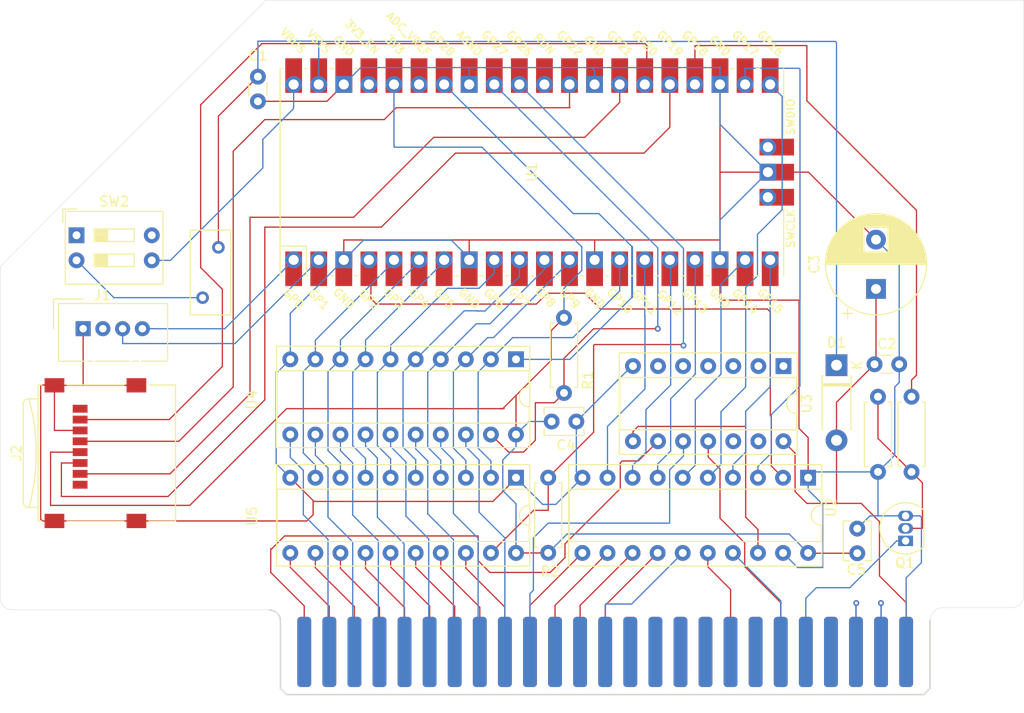
<source format=kicad_pcb>
(kicad_pcb (version 20240108) (generator "pcbnew") (generator_version "8.0")
  (layers (0 "F.Cu" signal "Front") (1 "In1.Cu" signal) (2 "In2.Cu" signal) (31 "B.Cu" signal "Back") (34 "B.Paste" user) (35 "F.Paste" user) (36 "B.SilkS" user "B.Silkscreen") (37 "F.SilkS" user "F.Silkscreen") (38 "B.Mask" user) (39 "F.Mask" user) (44 "Edge.Cuts" user))
  (net 0 "")
  (net 1 "GND")
  (net 2 "Net-(D1-K)")
  (net 3 "+5V")
  (net 4 "Net-(F1-Pad1)")
  (net 5 "Net-(J1-Pin_4)")
  (net 7 "Net-(J1-Pin_3)")
  (net 10 "TTL{slash}RES")
  (net 12 "TTLA6")
  (net 15 "Net-(J3-D3)")
  (net 16 "Net-(J3-~{DEVICE_SELECT})")
  (net 17 "TTLA10")
  (net 18 "TTLA8")
  (net 19 "Net-(J3-~{I{slash}O_SELECT})")
  (net 20 "Net-(J3-~{IRQ})")
  (net 23 "TTLA5")
  (net 24 "TTLA4")
  (net 25 "Net-(J3-D4)")
  (net 26 "Net-(J3-D0)")
  (net 27 "TTLA9")
  (net 28 "Net-(J3-DMA_IN)")
  (net 29 "Net-(J3-D7)")
  (net 30 "TTLPHI1")
  (net 31 "TTLR{slash}W")
  (net 32 "Net-(J3-INT_IN)")
  (net 33 "Net-(J3-D1)")
  (net 35 "TTLA0")
  (net 38 "Net-(J3-~{I{slash}O_STROBE})")
  (net 39 "TTLA11")
  (net 40 "TTLA2")
  (net 41 "Net-(J3-D5)")
  (net 42 "TTLA1")
  (net 45 "Net-(J3-D6)")
  (net 48 "TTLA3")
  (net 52 "AL{slash}OE")
  (net 53 "+3V3")
  (net 54 "D{slash}OE")
  (net 55 "Net-(J2-CLK)")
  (net 58 "AD6")
  (net 59 "AD1")
  (net 60 "Net-(J2-DAT0)")
  (net 61 "AD7")
  (net 62 "A8")
  (net 63 "Net-(J2-CMD)")
  (net 64 "AD2")
  (net 65 "A9")
  (net 66 "DDIR")
  (net 67 "ENBL")
  (net 68 "R{slash}W")
  (net 69 "Net-(J2-DAT3{slash}CD)")
  (net 70 "PHI1")
  (net 71 "A11")
  (net 72 "AD5")
  (net 75 "AD4")
  (net 76 "AD3")
  (net 78 "AD0")
  (net 79 "{slash}RES")
  (net 81 "Net-(J3-D2)")
  (net 82 "A10")
  (net 84 "TTLENBL")
  (net 86 "TTLA7")
  (net 87 "Net-(Q1-G)")
  (net 101 "Net-(U1-VBUS)")
  (net 103 "{slash}3V3‏IRQ")
  (footprint "Capacitor_THT:C_Disc_D3.8mm_W2.6mm_P2.50mm" (layer "F.Cu") (at 172.1 125.15 90)
    (property "Reference" "C5")
    (property "Value" ".1u")
  )
  (footprint "Package_TO_SOT_THT:TO-92_Inline" (layer "F.Cu") (at 177 123.9 90)
    (property "Reference" "Q1")
    (property "Value" "BS170")
  )
  (footprint "Capacitor_THT:CP_Radial_D10.0mm_P5.00mm" (layer "F.Cu") (at 174 98.367677 90)
    (property "Reference" "C3")
    (property "Value" "220uF")
  )
  (footprint "MCU_RaspberryPi_and_Boards:RPi_Pico_SMD_TH" (layer "F.Cu") (at 139.15 86.53 90)
    (property "Reference" "U1")
    (property "Value" "Pico")
  )
  (footprint "Package_DIP:DIP-14_W7.62mm_Socket" (layer "F.Cu") (at 164.625 106.18 -90)
    (property "Reference" "U3")
    (property "Value" "74F11")
  )
  (footprint "Resistor_THT:R_Axial_DIN0207_L6.3mm_D2.5mm_P7.62mm_Horizontal" (layer "F.Cu") (at 142.4 108.91 90)
    (property "Reference" "R1")
    (property "Value" "10K")
  )
  (footprint "Resistor_THT:R_Axial_DIN0207_L6.3mm_D2.5mm_P7.62mm_Horizontal" (layer "F.Cu") (at 140.8 125.11 90)
    (property "Reference" "R2")
    (property "Value" "10K")
  )
  (footprint "Connector:NS-Tech_Grove_1x04_P2mm_Vertical" (layer "F.Cu") (at 93.7 102.3925 90)
    (property "Reference" "J1")
    (property "Value" "Serial")
  )
  (footprint "Package_DIP:DIP-20_W7.62mm_Socket" (layer "F.Cu") (at 137.54 117.5 -90)
    (property "Reference" "U5")
    (property "Value" "74LVC245")
  )
  (footprint "Package_DIP:DIP-20_W7.62mm_Socket" (layer "F.Cu") (at 137.54 105.5 -90)
    (property "Reference" "U4")
    (property "Value" "74LVC245")
  )
  (footprint "Package_DIP:DIP-20_W7.62mm_Socket" (layer "F.Cu") (at 167.125 117.5 -90)
    (property "Reference" "U2")
    (property "Value" "74LVC245")
  )
  (footprint "Resistor_THT:R_Axial_DIN0207_L6.3mm_D2.5mm_P7.62mm_Horizontal" (layer "F.Cu") (at 177.6 116.91 90)
    (property "Reference" "R3" (hide yes))
    (property "Value" "1K")
  )
  (footprint "MA_Connector_AppleII:Peripheral_Bus_Edge" (layer "F.Cu") (at 146.572 135.157)
    (property "Reference" "J3")
    (property "Value" "Bus_Apple_II_Card_Side" (hide yes))
    (fp_line (start -32.893 3.683) (end -32.893 -3.175) (stroke (width 0.15)) (layer "Edge.Cuts"))
    (fp_line (start -32.258 4.318) (end -32.893 3.683) (stroke (width 0.15)) (layer "Edge.Cuts"))
    (fp_line (start 32.258 4.318) (end -32.258 4.318) (stroke (width 0.15)) (layer "Edge.Cuts"))
    (fp_line (start 32.258 4.318) (end 32.893 3.683) (stroke (width 0.15)) (layer "Edge.Cuts"))
    (fp_line (start 32.893 -3.175) (end 32.893 3.683) (stroke (width 0.15)) (layer "Edge.Cuts"))
  )
  (footprint "Resistor_THT:R_Axial_DIN0207_L6.3mm_D2.5mm_P7.62mm_Horizontal" (layer "F.Cu") (at 174.2 116.91 90)
    (property "Reference" "R4" (hide yes))
    (property "Value" "10K")
  )
  (footprint "Capacitor_THT:C_Disc_D3.8mm_W2.6mm_P2.50mm" (layer "F.Cu") (at 141.15 111.8)
    (property "Reference" "C4")
    (property "Value" ".1u")
  )
  (footprint "Fuse:Fuse_BelFuse_0ZRE0005FF_L8.3mm_W3.8mm" (layer "F.Cu") (at 105.8 99.25 90)
    (property "Reference" "F1" (hide yes))
    (property "Value" "60R050XUL")
  )
  (footprint "Button_Switch_THT:SW_DIP_SPSTx02_Slide_9.78x7.26mm_W7.62mm_P2.54mm" (layer "F.Cu") (at 93.0325 92.925)
    (property "Reference" "SW2")
    (property "Value" "SW_DIP_x02")
  )
  (footprint "Connector_Card:microSD_HC_Wuerth_693072010801" (layer "F.Cu") (at 94.945 115.005 90)
    (property "Reference" "J2")
    (property "Value" "Micro_SD_Card")
  )
  (footprint "Diode_THT:D_DO-41_SOD81_P7.62mm_Horizontal" (layer "F.Cu") (at 170 106.09 -90)
    (property "Reference" "D1")
    (property "Value" "1N5819")
  )
  (footprint "Capacitor_THT:C_Disc_D3.0mm_W1.6mm_P2.50mm" (layer "F.Cu") (at 111.4 76.85 -90)
    (property "Reference" "C1")
    (property "Value" "100nF")
  )
  (footprint "Capacitor_THT:C_Disc_D3.0mm_W1.6mm_P2.50mm" (layer "F.Cu") (at 173.85 106)
    (property "Reference" "C2")
    (property "Value" "100nF")
  )
  (gr_line (start 86.576637 130.876663) (end 112.5 130.876663) (stroke (width 0.0381)) (layer "Edge.Cuts"))
  (gr_line (start 85.3 96.1) (end 112.2 69.1) (stroke (width 0.0381)) (layer "Edge.Cuts"))
  (gr_arc (start 188.969333 129.397) (mid 188.59842 130.29403) (end 187.6992 130.667133) (stroke (width 0.0381)) (layer "Edge.Cuts"))
  (gr_arc (start 112.599672 130.92085) (mid 113.356682 131.230587) (end 113.679 131.982) (stroke (width 0.15)) (layer "Edge.Cuts"))
  (gr_line (start 85.3 129.60101) (end 85.3 96.1) (stroke (width 0.0381)) (layer "Edge.Cuts"))
  (gr_line (start 188.969333 129.397) (end 188.969333 69.1) (stroke (width 0.0381)) (layer "Edge.Cuts"))
  (gr_line (start 112.2 69.1) (end 188.969333 69.1) (stroke (width 0.0381)) (layer "Edge.Cuts"))
  (gr_arc (start 86.576637 130.876663) (mid 85.622935 130.481603) (end 85.3 129.60101) (stroke (width 0.0381)) (layer "Edge.Cuts"))
  (gr_line (start 180.916836 130.67) (end 187.6992 130.67) (stroke (width 0.0381)) (layer "Edge.Cuts"))
  (gr_arc (start 179.465 131.982) (mid 179.904837 131.009428) (end 180.916836 130.67) (stroke (width 0.0381)) (layer "Edge.Cuts"))
  (gr_line (start 112.599672 130.92085) (end 112.5 130.876663) (stroke (width 0.0381)) (layer "Edge.Cuts"))
  (gr_line (start 187.6992 130.667133) (end 187.6992 130.67) (stroke (width 0.0381)) (layer "Edge.Cuts"))
  (segment (start 116.99 119.81) (end 114.68 117.5) (width 0.127) (layer "F.Cu") (net 1))
  (segment (start 132.8 93.4) (end 145.5 93.4) (width 0.127) (layer "F.Cu") (net 1))
  (segment (start 89.58 121.88) (end 89.4 121.7) (width 0.127) (layer "F.Cu") (net 1))
  (segment (start 90.795 121.88) (end 99.095 121.88) (width 0.127) (layer "F.Cu") (net 1))
  (segment (start 145.5 95.42) (end 145.5 93.4) (width 0.127) (layer "F.Cu") (net 1))
  (segment (start 158.405 99.5) (end 166.2 99.5) (width 0.127) (layer "F.Cu") (net 1))
  (segment (start 118.39 79.35) (end 111.4 79.35) (width 0.127) (layer "F.Cu") (net 1))
  (segment (start 89.4 121.7) (end 89.4 108.1) (width 0.127) (layer "F.Cu") (net 1))
  (segment (start 116.99 121.245) (end 116.99 119.81) (width 0.127) (layer "F.Cu") (net 1))
  (segment (start 163.05 86.53) (end 167.162323 86.53) (width 0.127) (layer "F.Cu") (net 1))
  (segment (start 158.2 93.4) (end 158.2 86.6) (width 0.127) (layer "F.Cu") (net 1))
  (segment (start 167.125 113.425) (end 167.125 117.5) (width 0.127) (layer "F.Cu") (net 1))
  (segment (start 90.795 108.13) (end 93.7 108.13) (width 0.127) (layer "F.Cu") (net 1))
  (segment (start 158.405 99.5) (end 158.2 99.295) (width 0.127) (layer "F.Cu") (net 1))
  (segment (start 116.355 121.88) (end 116.99 121.245) (width 0.127) (layer "F.Cu") (net 1))
  (segment (start 117.08 119.9) (end 116.99 119.81) (width 0.127) (layer "F.Cu") (net 1))
  (segment (start 89.4 108.1) (end 90.765 108.1) (width 0.127) (layer "F.Cu") (net 1))
  (segment (start 145.5 93.4) (end 158.2 93.4) (width 0.127) (layer "F.Cu") (net 1))
  (segment (start 120.1 93.4) (end 132.8 93.4) (width 0.127) (layer "F.Cu") (net 1))
  (segment (start 135.2 119.9) (end 117.08 119.9) (width 0.127) (layer "F.Cu") (net 1))
  (segment (start 158.27 86.53) (end 163.05 86.53) (width 0.127) (layer "F.Cu") (net 1))
  (segment (start 120.1 94.7) (end 120.1 93.4) (width 0.127) (layer "F.Cu") (net 1))
  (segment (start 120.1 77.64) (end 118.39 79.35) (width 0.127) (layer "F.Cu") (net 1))
  (segment (start 167.162323 86.53) (end 174 93.367677) (width 0.127) (layer "F.Cu") (net 1))
  (segment (start 166.2 99.5) (end 166.2 112.5) (width 0.127) (layer "F.Cu") (net 1))
  (segment (start 90.805 112.705) (end 90.795 112.695) (width 0.127) (layer "F.Cu") (net 1))
  (segment (start 158.2 99.295) (end 158.2 95.42) (width 0.127) (layer "F.Cu") (net 1))
  (segment (start 90.795 121.88) (end 89.58 121.88) (width 0.127) (layer "F.Cu") (net 1))
  (segment (start 99.095 121.88) (end 116.355 121.88) (width 0.127) (layer "F.Cu") (net 1))
  (segment (start 166.2 112.5) (end 167.125 113.425) (width 0.127) (layer "F.Cu") (net 1))
  (segment (start 137.54 117.56) (end 135.2 119.9) (width 0.127) (layer "F.Cu") (net 1))
  (segment (start 132.8 95.42) (end 132.8 93.4) (width 0.127) (layer "F.Cu") (net 1))
  (segment (start 158.2 95.42) (end 158.2 93.5) (width 0.127) (layer "F.Cu") (net 1))
  (segment (start 90.795 112.695) (end 90.795 108.13) (width 0.127) (layer "F.Cu") (net 1))
  (segment (start 93.7 102.3925) (end 93.7 108.13) (width 0.127) (layer "F.Cu") (net 1))
  (segment (start 93.395 112.705) (end 90.805 112.705) (width 0.127) (layer "F.Cu") (net 1))
  (segment (start 93.7 108.13) (end 99.095 108.13) (width 0.127) (layer "F.Cu") (net 1))
  (segment (start 158.2 86.6) (end 158.27 86.53) (width 0.127) (layer "F.Cu") (net 1))
  (segment (start 158.2 86.6) (end 158.2 77.64) (width 0.127) (layer "F.Cu") (net 1))
  (segment (start 113.25 116.07) (end 113.25 106.75) (width 0.127) (layer "B.Cu") (net 1))
  (segment (start 168.6 120.2) (end 167.125 118.725) (width 0.127) (layer "B.Cu") (net 1))
  (segment (start 137.54 117.5) (end 140.24 120.2) (width 0.127) (layer "B.Cu") (net 1))
  (segment (start 168.6 126.6) (end 168.6 120.2) (width 0.127) (layer "B.Cu") (net 1))
  (segment (start 174.2 121.32) (end 174.24 121.36) (width 0.127) (layer "B.Cu") (net 1))
  (segment (start 177 121.36) (end 174.24 121.36) (width 0.127) (layer "B.Cu") (net 1))
  (segment (start 132.8 77.64) (end 132.8 75.93) (width 0.127) (layer "B.Cu") (net 1))
  (segment (start 177.052 135.157) (end 177.052 127.648) (width 0.127) (layer "B.Cu") (net 1))
  (segment (start 158.2 77.64) (end 158.2 75.835) (width 0.127) (layer "B.Cu") (net 1))
  (segment (start 143.65 111.8) (end 143.65 116.885) (width 0.127) (layer "B.Cu") (net 1))
  (segment (start 114.68 100.84) (end 120.1 95.42) (width 0.127) (layer "B.Cu") (net 1))
  (segment (start 121.81 75.93) (end 134.51 75.93) (width 0.127) (layer "B.Cu") (net 1))
  (segment (start 177 121.36) (end 178.46 121.36) (width 0.127) (layer "B.Cu") (net 1))
  (segment (start 143.65 111.8) (end 149.27 106.18) (width 0.127) (layer "B.Cu") (net 1))
  (segment (start 113.25 106.75) (end 113.43 106.75) (width 0.127) (layer "B.Cu") (net 1))
  (segment (start 113.43 106.75) (end 114.68 105.5) (width 0.127) (layer "B.Cu") (net 1))
  (segment (start 177.052 127.648) (end 178.6 126.1) (width 0.127) (layer "B.Cu") (net 1))
  (segment (start 176.35 95.717677) (end 176.35 106) (width 0.127) (layer "B.Cu") (net 1))
  (segment (start 143.65 116.885) (end 144.265 117.5) (width 0.127) (layer "B.Cu") (net 1))
  (segment (start 158.2 81.68) (end 158.2 77.64) (width 0.127) (layer "B.Cu") (net 1))
  (segment (start 120.1 77.64) (end 121.81 75.93) (width 0.127) (layer "B.Cu") (net 1))
  (segment (start 176.35 107.85) (end 175.9 108.3) (width 0.127) (layer "B.Cu") (net 1))
  (segment (start 158.105 75.93) (end 145.495 75.93) (width 0.127) (layer "B.Cu") (net 1))
  (segment (start 174.24 121.36) (end 173.39 121.36) (width 0.127) (layer "B.Cu") (net 1))
  (segment (start 145.5 76.235) (end 145.5 77.64) (width 0.127) (layer "B.Cu") (net 1))
  (segment (start 114.68 117.5) (end 113.25 116.07) (width 0.127) (layer "B.Cu") (net 1))
  (segment (start 167.125 118.725) (end 167.125 117.5) (width 0.127) (layer "B.Cu") (net 1))
  (segment (start 130.995 93.43) (end 132.8 95.235) (width 0.127) (layer "B.Cu") (net 1))
  (segment (start 158.2 75.835) (end 158.105 75.93) (width 0.127) (layer "B.Cu") (net 1))
  (segment (start 174.2 116.91) (end 174.2 121.32) (width 0.127) (layer "B.Cu") (net 1))
  (segment (start 178.6 121.5) (end 178.6 126.1) (width 0.127) (layer "B.Cu") (net 1))
  (segment (start 174.2 116.91) (end 167.715 116.91) (width 0.127) (layer "B.Cu") (net 1))
  (segment (start 122.09 93.43) (end 130.995 93.43) (width 0.127) (layer "B.Cu") (net 1))
  (segment (start 175.9 115.21) (end 174.2 116.91) (width 0.127) (layer "B.Cu") (net 1))
  (segment (start 140.24 120.2) (end 141.565 120.2) (width 0.127) (layer "B.Cu") (net 1))
  (segment (start 145.195 75.93) (end 145.5 76.235) (width 0.127) (layer "B.Cu") (net 1))
  (segment (start 176.35 106) (end 176.35 107.85) (width 0.127) (layer "B.Cu") (net 1))
  (segment (start 132.8 75.93) (end 134.51 75.93) (width 0.127) (layer "B.Cu") (net 1))
  (segment (start 174 93.367677) (end 176.35 95.717677) (width 0.127) (layer "B.Cu") (net 1))
  (segment (start 175.9 108.3) (end 175.9 115.21) (width 0.127) (layer "B.Cu") (net 1))
  (segment (start 120.1 95.42) (end 122.09 93.43) (width 0.127) (layer "B.Cu") (net 1))
  (segment (start 134.51 75.93) (end 145.495 75.93) (width 0.127) (layer "B.Cu") (net 1))
  (segment (start 178.46 121.36) (end 178.6 121.5) (width 0.127) (layer "B.Cu") (net 1))
  (segment (start 173.39 121.36) (end 172.1 122.65) (width 0.127) (layer "B.Cu") (net 1))
  (segment (start 141.565 120.2) (end 144.265 117.5) (width 0.127) (layer "B.Cu") (net 1))
  (segment (start 166.065 126.6) (end 168.6 126.6) (width 0.127) (layer "B.Cu") (net 1))
  (segment (start 164.585 125.12) (end 166.065 126.6) (width 0.127) (layer "B.Cu") (net 1))
  (segment (start 158.2 95.42) (end 158.2 91.38) (width 0.127) (layer "B.Cu") (net 1))
  (segment (start 114.68 105.5) (end 114.68 100.84) (width 0.127) (layer "B.Cu") (net 1))
  (segment (start 158.2 91.38) (end 163.05 86.53) (width 0.127) (layer "B.Cu") (net 1))
  (segment (start 163.05 86.53) (end 158.2 81.68) (width 0.127) (layer "B.Cu") (net 1))
  (segment (start 145.495 75.93) (end 145.195 75.93) (width 0.127) (layer "B.Cu") (net 1))
  (segment (start 107.4 80.85) (end 111.4 76.85) (width 0.127) (layer "F.Cu") (net 2))
  (segment (start 107.4 94.15) (end 107.4 80.85) (width 0.127) (layer "F.Cu") (net 2))
  (segment (start 169.88 73.28) (end 170 73.4) (width 0.127) (layer "B.Cu") (net 2))
  (segment (start 117.56 77.64) (end 117.56 73.3) (width 0.127) (layer "B.Cu") (net 2))
  (segment (start 117.54 73.28) (end 117.56 73.3) (width 0.127) (layer "B.Cu") (net 2))
  (segment (start 111.4 73.25) (end 117.51 73.25) (width 0.127) (layer "B.Cu") (net 2))
  (segment (start 111.4 76.85) (end 111.4 73.25) (width 0.127) (layer "B.Cu") (net 2))
  (segment (start 117.51 73.25) (end 117.56 73.3) (width 0.127) (layer "B.Cu") (net 2))
  (segment (start 170 106.09) (end 170 73.4) (width 0.127) (layer "B.Cu") (net 2))
  (segment (start 117.54 73.28) (end 169.88 73.28) (width 0.127) (layer "B.Cu") (net 2))
  (segment (start 170 113.71) (end 170 109.85) (width 0.127) (layer "F.Cu") (net 3))
  (segment (start 174.35 127.45) (end 177.052 130.152) (width 0.127) (layer "F.Cu") (net 3))
  (segment (start 165.8 118.9) (end 167 120.1) (width 0.127) (layer "F.Cu") (net 3))
  (segment (start 170 113.71) (end 170 120.1) (width 0.127) (layer "F.Cu") (net 3))
  (segment (start 164.625 113.82) (end 165.8 114.995) (width 0.127) (layer "F.Cu") (net 3))
  (segment (start 174 98.367677) (end 174 105.85) (width 0.127) (layer "F.Cu") (net 3))
  (segment (start 170 120.1) (end 172.5 120.1) (width 0.127) (layer "F.Cu") (net 3))
  (segment (start 177.052 130.152) (end 177.052 135.157) (width 0.127) (layer "F.Cu") (net 3))
  (segment (start 170 120.1) (end 167 120.1) (width 0.127) (layer "F.Cu") (net 3))
  (segment (start 170 109.85) (end 173.85 106) (width 0.127) (layer "F.Cu") (net 3))
  (segment (start 174.35 121.95) (end 174.35 127.45) (width 0.127) (layer "F.Cu") (net 3))
  (segment (start 165.8 114.995) (end 165.8 118.9) (width 0.127) (layer "F.Cu") (net 3))
  (segment (start 172.5 120.1) (end 174.35 121.95) (width 0.127) (layer "F.Cu") (net 3))
  (segment (start 93.0325 95.465) (end 96.8175 99.25) (width 0.127) (layer "B.Cu") (net 4))
  (segment (start 96.8175 99.25) (end 105.8 99.25) (width 0.127) (layer "B.Cu") (net 4))
  (segment (start 101.1 102.4) (end 101.0925 102.3925) (width 0.127) (layer "B.Cu") (net 5))
  (segment (start 101.1 102.4) (end 108.04 102.4) (width 0.127) (layer "B.Cu") (net 5))
  (segment (start 108.04 102.4) (end 115.02 95.42) (width 0.127) (layer "B.Cu") (net 5))
  (segment (start 101.0925 102.3925) (end 99.7 102.3925) (width 0.127) (layer "B.Cu") (net 5))
  (segment (start 117.56 95.42) (end 109.08 103.9) (width 0.127) (layer "B.Cu") (net 7))
  (segment (start 97.9 103.9) (end 97.8675 103.8675) (width 0.127) (layer "B.Cu") (net 7))
  (segment (start 98.1 103.9) (end 97.9 103.9) (width 0.127) (layer "B.Cu") (net 7))
  (segment (start 97.7 103.9) (end 97.7 102.3925) (width 0.127) (layer "B.Cu") (net 7))
  (segment (start 98.1 103.9) (end 97.7 103.9) (width 0.127) (layer "B.Cu") (net 7))
  (segment (start 109.08 103.9) (end 98.1 103.9) (width 0.127) (layer "B.Cu") (net 7))
  (segment (start 159.505 125.12) (end 164.352 129.967) (width 0.127) (layer "B.Cu") (net 10))
  (segment (start 164.352 129.967) (end 164.352 135.157) (width 0.127) (layer "B.Cu") (net 10))
  (segment (start 133.872 130.622) (end 133.872 135.157) (width 0.127) (layer "F.Cu") (net 12))
  (segment (start 129.92 126.67) (end 133.872 130.622) (width 0.127) (layer "F.Cu") (net 12))
  (segment (start 129.92 125.12) (end 129.92 126.67) (width 0.127) (layer "F.Cu") (net 12))
  (segment (start 123.502 121.5) (end 126.2 124.198) (width 0.127) (layer "B.Cu") (net 15))
  (segment (start 122.3 114.3) (end 123.5 115.5) (width 0.127) (layer "B.Cu") (net 15))
  (segment (start 123.5 115.5) (end 123.5 121.5) (width 0.127) (layer "B.Cu") (net 15))
  (segment (start 122.3 113.12) (end 122.3 114.3) (width 0.127) (layer "B.Cu") (net 15))
  (segment (start 123.5 121.5) (end 123.502 121.5) (width 0.127) (layer "B.Cu") (net 15))
  (segment (start 126.2 124.198) (end 126.2 135.105) (width 0.127) (layer "B.Cu") (net 15))
  (segment (start 139.3 128.9) (end 138.952 129.248) (width 0.127) (layer "B.Cu") (net 16))
  (segment (start 154.5 113.985) (end 154.5 115.3) (width 0.127) (layer "B.Cu") (net 16))
  (segment (start 138.952 129.248) (end 138.952 135.157) (width 0.127) (layer "B.Cu") (net 16))
  (segment (start 139.3 123.6) (end 139.3 128.9) (width 0.127) (layer "B.Cu") (net 16))
  (segment (start 154.5 115.3) (end 153.1 116.7) (width 0.127) (layer "B.Cu") (net 16))
  (segment (start 140.8 122.1) (end 139.3 123.6) (width 0.127) (layer "B.Cu") (net 16))
  (segment (start 153.1 122.1) (end 140.8 122.1) (width 0.127) (layer "B.Cu") (net 16))
  (segment (start 153.1 116.7) (end 153.1 122.1) (width 0.127) (layer "B.Cu") (net 16))
  (segment (start 144.032 130.433) (end 149.345 125.12) (width 0.127) (layer "F.Cu") (net 17))
  (segment (start 144.032 135.157) (end 144.032 130.433) (width 0.127) (layer "F.Cu") (net 17))
  (segment (start 138.952 135.157) (end 138.952 130.433) (width 0.127) (layer "F.Cu") (net 18))
  (segment (start 138.952 130.433) (end 144.265 125.12) (width 0.127) (layer "F.Cu") (net 18))
  (segment (start 114.1 123.4) (end 112.8 124.7) (width 0.127) (layer "F.Cu") (net 19))
  (segment (start 142.5 124.2) (end 142.5 125.6) (width 0.127) (layer "F.Cu") (net 19))
  (segment (start 112.8 124.7) (end 112.7 124.7) (width 0.127) (layer "F.Cu") (net 19))
  (segment (start 148.1 118.6) (end 142.5 124.2) (width 0.127) (layer "F.Cu") (net 19))
  (segment (start 112.7 127.1) (end 116.092 130.492) (width 0.127) (layer "F.Cu") (net 19))
  (segment (start 149.925 115.8) (end 148.3 115.8) (width 0.127) (layer "F.Cu") (net 19))
  (segment (start 134.9 127.1) (end 133.7 125.9) (width 0.127) (layer "F.Cu") (net 19))
  (segment (start 133.7 123.4) (end 114.1 123.4) (width 0.127) (layer "F.Cu") (net 19))
  (segment (start 148.3 115.8) (end 148.1 116) (width 0.127) (layer "F.Cu") (net 19))
  (segment (start 148.1 116) (end 148.1 118.6) (width 0.127) (layer "F.Cu") (net 19))
  (segment (start 141 127.1) (end 134.9 127.1) (width 0.127) (layer "F.Cu") (net 19))
  (segment (start 142.5 125.6) (end 141 127.1) (width 0.127) (layer "F.Cu") (net 19))
  (segment (start 116.092 130.492) (end 116.092 135.157) (width 0.127) (layer "F.Cu") (net 19))
  (segment (start 133.7 125.9) (end 133.7 123.4) (width 0.127) (layer "F.Cu") (net 19))
  (segment (start 112.7 124.7) (end 112.7 127.1) (width 0.127) (layer "F.Cu") (net 19))
  (segment (start 151.925 113.8) (end 149.925 115.8) (width 0.127) (layer "F.Cu") (net 19))
  (segment (start 176.092 123.9) (end 177 123.9) (width 0.127) (layer "B.Cu") (net 20))
  (segment (start 171.346 128.646) (end 176.092 123.9) (width 0.127) (layer "B.Cu") (net 20))
  (segment (start 167.954 128.646) (end 171.346 128.646) (width 0.127) (layer "B.Cu") (net 20))
  (segment (start 166.892 129.708) (end 167.954 128.646) (width 0.127) (layer "B.Cu") (net 20))
  (segment (start 166.892 135.157) (end 166.892 129.708) (width 0.127) (layer "B.Cu") (net 20))
  (segment (start 127.38 126.58) (end 131.332 130.532) (width 0.127) (layer "F.Cu") (net 23))
  (segment (start 131.332 130.532) (end 131.332 135.157) (width 0.127) (layer "F.Cu") (net 23))
  (segment (start 127.38 125.12) (end 127.38 126.58) (width 0.127) (layer "F.Cu") (net 23))
  (segment (start 124.84 126.54) (end 128.792 130.492) (width 0.127) (layer "F.Cu") (net 24))
  (segment (start 128.792 130.492) (end 128.792 135.157) (width 0.127) (layer "F.Cu") (net 24))
  (segment (start 124.84 125.12) (end 124.84 126.54) (width 0.127) (layer "F.Cu") (net 24))
  (segment (start 126.3895 115.8895) (end 126.3895 121.3895) (width 0.127) (layer "B.Cu") (net 25))
  (segment (start 124.84 114.34) (end 126.3895 115.8895) (width 0.127) (layer "B.Cu") (net 25))
  (segment (start 126.3895 121.3895) (end 128.7 123.7) (width 0.127) (layer "B.Cu") (net 25))
  (segment (start 124.84 113.12) (end 124.84 114.34) (width 0.127) (layer "B.Cu") (net 25))
  (segment (start 128.7 123.7) (end 128.7 135.065) (width 0.127) (layer "B.Cu") (net 25))
  (segment (start 114.68 113.12) (end 114.68 115.43) (width 0.127) (layer "B.Cu") (net 26))
  (segment (start 114.68 115.43) (end 116 116.75) (width 0.127) (layer "B.Cu") (net 26))
  (segment (start 116 121.25) (end 118.5 123.75) (width 0.127) (layer "B.Cu") (net 26))
  (segment (start 116 116.75) (end 116 121.25) (width 0.127) (layer "B.Cu") (net 26))
  (segment (start 118.5 123.75) (end 118.5 135.025) (width 0.127) (layer "B.Cu") (net 26))
  (segment (start 141.492 135.157) (end 141.492 130.433) (width 0.127) (layer "F.Cu") (net 27))
  (segment (start 141.492 130.433) (end 146.805 125.12) (width 0.127) (layer "F.Cu") (net 27))
  (segment (start 174.512 130.212) (end 174.5 130.2) (width 0.127) (layer "F.Cu") (net 28))
  (segment (start 174.512 135.157) (end 174.512 130.212) (width 0.127) (layer "F.Cu") (net 28))
  (via (at 174.5 130.2) (size 0.6) (drill 0.3) (layers "F.Cu" "B.Cu") (net 28))
  (segment (start 174.512 130.212) (end 174.5 130.2) (width 0.127) (layer "B.Cu") (net 28))
  (segment (start 174.512 135.157) (end 174.512 130.212) (width 0.127) (layer "B.Cu") (net 28))
  (segment (start 136.412 123.6) (end 136.412 135.157) (width 0.127) (layer "B.Cu") (net 29))
  (segment (start 132.46 114.36) (end 133.8 115.7) (width 0.127) (layer "B.Cu") (net 29))
  (segment (start 133.8 120.988) (end 136.412 123.6) (width 0.127) (layer "B.Cu") (net 29))
  (segment (start 132.46 113.12) (end 132.46 114.36) (width 0.127) (layer "B.Cu") (net 29))
  (segment (start 133.8 115.7) (end 133.8 120.988) (width 0.127) (layer "B.Cu") (net 29))
  (segment (start 146.6 130.3) (end 149.245 130.3) (width 0.127) (layer "B.Cu") (net 30))
  (segment (start 146.6 133.348616) (end 146.6 130.3) (width 0.127) (layer "B.Cu") (net 30))
  (segment (start 149.245 130.3) (end 154.425 125.12) (width 0.127) (layer "B.Cu") (net 30))
  (segment (start 159.272 135.157) (end 159.272 128.828) (width 0.127) (layer "F.Cu") (net 31))
  (segment (start 159.272 128.828) (end 156.965 126.521) (width 0.127) (layer "F.Cu") (net 31))
  (segment (start 156.965 126.521) (end 156.965 125.12) (width 0.127) (layer "F.Cu") (net 31))
  (segment (start 171.972 130.228) (end 172 130.2) (width 0.127) (layer "F.Cu") (net 32))
  (segment (start 171.972 135.157) (end 171.972 130.228) (width 0.127) (layer "F.Cu") (net 32))
  (via (at 172 130.2) (size 0.6) (drill 0.3) (layers "F.Cu" "B.Cu") (net 32))
  (segment (start 171.972 130.228) (end 172 130.2) (width 0.127) (layer "B.Cu") (net 32))
  (segment (start 171.972 135.157) (end 171.972 130.228) (width 0.127) (layer "B.Cu") (net 32))
  (segment (start 118.5 116.5) (end 118.5 121.5) (width 0.127) (layer "B.Cu") (net 33))
  (segment (start 117.22 113.12) (end 117.22 115.22) (width 0.127) (layer "B.Cu") (net 33))
  (segment (start 121 124) (end 121 134.985) (width 0.127) (layer "B.Cu") (net 33))
  (segment (start 118.5 121.5) (end 121 124) (width 0.127) (layer "B.Cu") (net 33))
  (segment (start 117.22 115.22) (end 118.5 116.5) (width 0.127) (layer "B.Cu") (net 33))
  (segment (start 114.68 126.58) (end 114.68 125.12) (width 0.127) (layer "F.Cu") (net 35))
  (segment (start 118.632 135.157) (end 118.632 130.532) (width 0.127) (layer "F.Cu") (net 35))
  (segment (start 118.632 130.532) (end 114.68 126.58) (width 0.127) (layer "F.Cu") (net 35))
  (segment (start 157.005 113.82) (end 157.005 115.405) (width 0.127) (layer "F.Cu") (net 38))
  (segment (start 164.352 130.248) (end 164.352 135.157) (width 0.127) (layer "F.Cu") (net 38))
  (segment (start 157.005 115.405) (end 158.2 116.6) (width 0.127) (layer "F.Cu") (net 38))
  (segment (start 158.2 116.6) (end 158.2 121.6) (width 0.127) (layer "F.Cu") (net 38))
  (segment (start 160.7 124.1) (end 160.7 126.5) (width 0.127) (layer "F.Cu") (net 38))
  (segment (start 160.7 126.5) (end 164.4 130.2) (width 0.127) (layer "F.Cu") (net 38))
  (segment (start 164.4 130.2) (end 164.352 130.248) (width 0.127) (layer "F.Cu") (net 38))
  (segment (start 158.2 121.6) (end 160.7 124.1) (width 0.127) (layer "F.Cu") (net 38))
  (segment (start 146.572 135.157) (end 146.572 130.433) (width 0.127) (layer "F.Cu") (net 39))
  (segment (start 146.572 130.433) (end 151.885 125.12) (width 0.127) (layer "F.Cu") (net 39))
  (segment (start 119.76 125.12) (end 119.76 126.685) (width 0.127) (layer "F.Cu") (net 40))
  (segment (start 123.712 130.637) (end 123.712 135.157) (width 0.127) (layer "F.Cu") (net 40))
  (segment (start 119.76 126.685) (end 123.712 130.637) (width 0.127) (layer "F.Cu") (net 40))
  (segment (start 127.38 114.58) (end 128.6 115.8) (width 0.127) (layer "B.Cu") (net 41))
  (segment (start 128.6 121.168) (end 131.2 123.768) (width 0.127) (layer "B.Cu") (net 41))
  (segment (start 131.2 123.768) (end 131.2 135.025) (width 0.127) (layer "B.Cu") (net 41))
  (segment (start 128.6 115.8) (end 128.6 121.168) (width 0.127) (layer "B.Cu") (net 41))
  (segment (start 127.38 113.12) (end 127.38 114.58) (width 0.127) (layer "B.Cu") (net 41))
  (segment (start 117.2 126.6) (end 117.22 126.58) (width 0.127) (layer "F.Cu") (net 42))
  (segment (start 117.22 126.58) (end 117.22 125.12) (width 0.127) (layer "F.Cu") (net 42))
  (segment (start 121.172 135.157) (end 121.172 130.572) (width 0.127) (layer "F.Cu") (net 42))
  (segment (start 121.172 130.572) (end 117.2 126.6) (width 0.127) (layer "F.Cu") (net 42))
  (segment (start 129.92 114.42) (end 131.2 115.7) (width 0.127) (layer "B.Cu") (net 45))
  (segment (start 131.2 121.128) (end 133.7 123.628) (width 0.127) (layer "B.Cu") (net 45))
  (segment (start 129.92 113.12) (end 129.92 114.42) (width 0.127) (layer "B.Cu") (net 45))
  (segment (start 131.2 115.7) (end 131.2 121.128) (width 0.127) (layer "B.Cu") (net 45))
  (segment (start 133.7 123.628) (end 133.7 134.985) (width 0.127) (layer "B.Cu") (net 45))
  (segment (start 122.3 125.12) (end 122.3 126.7) (width 0.127) (layer "F.Cu") (net 48))
  (segment (start 126.252 130.652) (end 126.252 135.157) (width 0.127) (layer "F.Cu") (net 48))
  (segment (start 122.3 126.7) (end 126.252 130.652) (width 0.127) (layer "F.Cu") (net 48))
  (segment (start 145.4 112.89) (end 145.4 104.1) (width 0.127) (layer "F.Cu") (net 52))
  (segment (start 145.4 104.1) (end 145.500001 103.999999) (width 0.127) (layer "F.Cu") (net 52))
  (segment (start 139.32 120.8) (end 140.8 120.8) (width 0.127) (layer "F.Cu") (net 52))
  (segment (start 140.8 117.49) (end 145.4 112.89) (width 0.127) (layer "F.Cu") (net 52))
  (segment (start 154.399999 103.999999) (end 154.5 104.1) (width 0.127) (layer "F.Cu") (net 52))
  (segment (start 145.500001 103.999999) (end 154.399999 103.999999) (width 0.127) (layer "F.Cu") (net 52))
  (segment (start 135 125.12) (end 139.32 120.8) (width 0.127) (layer "F.Cu") (net 52))
  (segment (start 140.8 120.8) (end 140.8 117.49) (width 0.127) (layer "F.Cu") (net 52))
  (via (at 154.5 104.1) (size 0.6) (drill 0.3) (layers "F.Cu" "B.Cu") (net 52))
  (segment (start 154.5 104.1) (end 154.5 94.26) (width 0.127) (layer "B.Cu") (net 52))
  (segment (start 154.5 94.26) (end 137.88 77.64) (width 0.127) (layer "B.Cu") (net 52))
  (segment (start 136.34 110.5) (end 135.9 110.5) (width 0.127) (layer "F.Cu") (net 53))
  (segment (start 137.54 109.16) (end 141.1 105.6) (width 0.127) (layer "F.Cu") (net 53))
  (segment (start 90.4 120.3) (end 90.4 114.9) (width 0.127) (layer "F.Cu") (net 53))
  (segment (start 104.5 120.3) (end 90.4 120.3) (width 0.127) (layer "F.Cu") (net 53))
  (segment (start 172.1 125.15) (end 167.155 125.15) (width 0.127) (layer "F.Cu") (net 53))
  (segment (start 90.6 114.9) (end 90.605 114.905) (width 0.127) (layer "F.Cu") (net 53))
  (segment (start 136.2 110.5) (end 135.9 110.5) (width 0.127) (layer "F.Cu") (net 53))
  (segment (start 137.54 125.12) (end 140.79 125.12) (width 0.127) (layer "F.Cu") (net 53))
  (segment (start 137.54 109.16) (end 136.2 110.5) (width 0.127) (layer "F.Cu") (net 53))
  (segment (start 90.4 114.9) (end 90.6 114.9) (width 0.127) (layer "F.Cu") (net 53))
  (segment (start 141.1 105.6) (end 141.1 102.59) (width 0.127) (layer "F.Cu") (net 53))
  (segment (start 141.1 102.59) (end 142.4 101.29) (width 0.127) (layer "F.Cu") (net 53))
  (segment (start 90.605 114.905) (end 93.395 114.905) (width 0.127) (layer "F.Cu") (net 53))
  (segment (start 137.54 113.12) (end 137.54 109.16) (width 0.127) (layer "F.Cu") (net 53))
  (segment (start 114.3 110.5) (end 104.5 120.3) (width 0.127) (layer "F.Cu") (net 53))
  (segment (start 135.9 110.5) (end 114.3 110.5) (width 0.127) (layer "F.Cu") (net 53))
  (segment (start 138.86 111.8) (end 137.54 113.12) (width 0.127) (layer "B.Cu") (net 53))
  (segment (start 136.2 115.7) (end 137.54 114.36) (width 0.127) (layer "B.Cu") (net 53))
  (segment (start 137.54 114.36) (end 137.54 113.12) (width 0.127) (layer "B.Cu") (net 53))
  (segment (start 141.15 111.8) (end 138.86 111.8) (width 0.127) (layer "B.Cu") (net 53))
  (segment (start 144.2 96.5) (end 144.2 94.1) (width 0.127) (layer "B.Cu") (net 53))
  (segment (start 137.54 125.12) (end 137.54 120.14) (width 0.127) (layer "B.Cu") (net 53))
  (segment (start 136.2 118.8) (end 136.2 115.7) (width 0.127) (layer "B.Cu") (net 53))
  (segment (start 142.4 98.3) (end 144.2 96.5) (width 0.127) (layer "B.Cu") (net 53))
  (segment (start 144.2 94.1) (end 134.1 84) (width 0.127) (layer "B.Cu") (net 53))
  (segment (start 142.4 98.3) (end 142.4 101.29) (width 0.127) (layer "B.Cu") (net 53))
  (segment (start 142.71 123.2) (end 165.205 123.2) (width 0.127) (layer "B.Cu") (net 53))
  (segment (start 125.18 83.78) (end 125.18 77.64) (width 0.127) (layer "B.Cu") (net 53))
  (segment (start 134.1 84) (end 125.2 84) (width 0.127) (layer "B.Cu") (net 53))
  (segment (start 137.54 120.14) (end 136.2 118.8) (width 0.127) (layer "B.Cu") (net 53))
  (segment (start 140.8 125.11) (end 142.71 123.2) (width 0.127) (layer "B.Cu") (net 53))
  (segment (start 125.2 84) (end 125.2 83.8) (width 0.127) (layer "B.Cu") (net 53))
  (segment (start 165.205 123.2) (end 167.125 125.12) (width 0.127) (layer "B.Cu") (net 53))
  (segment (start 125.2 83.8) (end 125.18 83.78) (width 0.127) (layer "B.Cu") (net 53))
  (segment (start 142.4 108.91) (end 142.4 105.4) (width 0.127) (layer "F.Cu") (net 54))
  (segment (start 141.41 109.9) (end 139.5 109.9) (width 0.127) (layer "F.Cu") (net 54))
  (segment (start 142.4 108.91) (end 141.41 109.9) (width 0.127) (layer "F.Cu") (net 54))
  (segment (start 139.5 113.7) (end 138.3 114.9) (width 0.127) (layer "F.Cu") (net 54))
  (segment (start 142.4 105.4) (end 145.4 102.4) (width 0.127) (layer "F.Cu") (net 54))
  (segment (start 136.78 114.9) (end 135 113.12) (width 0.127) (layer "F.Cu") (net 54))
  (segment (start 145.4 102.4) (end 151.899998 102.4) (width 0.127) (layer "F.Cu") (net 54))
  (segment (start 139.5 109.9) (end 139.5 113.7) (width 0.127) (layer "F.Cu") (net 54))
  (segment (start 138.3 114.9) (end 136.78 114.9) (width 0.127) (layer "F.Cu") (net 54))
  (via (at 151.899998 102.4) (size 0.6) (drill 0.3) (layers "F.Cu" "B.Cu") (net 54))
  (segment (start 135.34 77.64) (end 151.9 94.2) (width 0.127) (layer "B.Cu") (net 54))
  (segment (start 151.9 102.399998) (end 151.899998 102.4) (width 0.127) (layer "B.Cu") (net 54))
  (segment (start 151.9 94.2) (end 151.9 102.399998) (width 0.127) (layer "B.Cu") (net 54))
  (segment (start 108.9 108.3) (end 103.395 113.805) (width 0.127) (layer "F.Cu") (net 55))
  (segment (start 142.96 77.64) (end 142.96 79.96) (width 0.127) (layer "F.Cu") (net 55))
  (segment (start 112.1 81.2) (end 108.9 84.4) (width 0.127) (layer "F.Cu") (net 55))
  (segment (start 125.4 80) (end 124.2 81.2) (width 0.127) (layer "F.Cu") (net 55))
  (segment (start 124.2 81.2) (end 112.1 81.2) (width 0.127) (layer "F.Cu") (net 55))
  (segment (start 142.96 79.96) (end 143 80) (width 0.127) (layer "F.Cu") (net 55))
  (segment (start 103.395 113.805) (end 93.395 113.805) (width 0.127) (layer "F.Cu") (net 55))
  (segment (start 143 80) (end 125.4 80) (width 0.127) (layer "F.Cu") (net 55))
  (segment (start 108.9 84.4) (end 108.9 108.3) (width 0.127) (layer "F.Cu") (net 55))
  (segment (start 132.46 115.76) (end 131.2 114.5) (width 0.127) (layer "B.Cu") (net 58))
  (segment (start 143.165 95.39) (end 135.255 103.3) (width 0.127) (layer "B.Cu") (net 58))
  (segment (start 132.46 117.5) (end 132.46 115.76) (width 0.127) (layer "B.Cu") (net 58))
  (segment (start 135.255 103.3) (end 134.66 103.3) (width 0.127) (layer "B.Cu") (net 58))
  (segment (start 131.2 106.76) (end 132.46 105.5) (width 0.127) (layer "B.Cu") (net 58))
  (segment (start 134.66 103.3) (end 132.46 105.5) (width 0.127) (layer "B.Cu") (net 58))
  (segment (start 131.2 114.5) (end 131.2 106.76) (width 0.127) (layer "B.Cu") (net 58))
  (segment (start 119.76 116.01) (end 118.5 114.75) (width 0.127) (layer "B.Cu") (net 59))
  (segment (start 118.5 106.76) (end 119.76 105.5) (width 0.127) (layer "B.Cu") (net 59))
  (segment (start 119.76 103.555) (end 127.925 95.39) (width 0.127) (layer "B.Cu") (net 59))
  (segment (start 119.76 105.5) (end 119.76 103.555) (width 0.127) (layer "B.Cu") (net 59))
  (segment (start 118.5 114.75) (end 118.5 106.76) (width 0.127) (layer "B.Cu") (net 59))
  (segment (start 119.76 117.5) (end 119.76 116.01) (width 0.127) (layer "B.Cu") (net 59))
  (segment (start 105.6 96.2) (end 107.8 98.4) (width 0.127) (layer "F.Cu") (net 60))
  (segment (start 107.8 106.225) (end 102.42 111.605) (width 0.127) (layer "F.Cu") (net 60))
  (segment (start 150.6 73.5) (end 111.8 73.5) (width 0.127) (layer "F.Cu") (net 60))
  (segment (start 105.6 79.7) (end 105.6 96.2) (width 0.127) (layer "F.Cu") (net 60))
  (segment (start 107.8 98.4) (end 107.8 106.225) (width 0.127) (layer "F.Cu") (net 60))
  (segment (start 102.42 111.605) (end 93.395 111.605) (width 0.127) (layer "F.Cu") (net 60))
  (segment (start 150.785 73.685) (end 150.6 73.5) (width 0.127) (layer "F.Cu") (net 60))
  (segment (start 150.785 77.61) (end 150.785 73.685) (width 0.127) (layer "F.Cu") (net 60))
  (segment (start 111.8 73.5) (end 105.6 79.7) (width 0.127) (layer "F.Cu") (net 60))
  (segment (start 135 117.5) (end 135 115.8) (width 0.127) (layer "B.Cu") (net 61))
  (segment (start 133.7 114.5) (end 133.7 106.8) (width 0.127) (layer "B.Cu") (net 61))
  (segment (start 137.2 103.3) (end 143.3 103.3) (width 0.127) (layer "B.Cu") (net 61))
  (segment (start 143.3 103.3) (end 148.04 98.56) (width 0.127) (layer "B.Cu") (net 61))
  (segment (start 135 105.5) (end 137.2 103.3) (width 0.127) (layer "B.Cu") (net 61))
  (segment (start 133.7 106.8) (end 135 105.5) (width 0.127) (layer "B.Cu") (net 61))
  (segment (start 148.04 98.56) (end 148.04 95.42) (width 0.127) (layer "B.Cu") (net 61))
  (segment (start 135 115.8) (end 133.7 114.5) (width 0.127) (layer "B.Cu") (net 61))
  (segment (start 150.6 108.5) (end 150.6 101.1) (width 0.127) (layer "B.Cu") (net 62))
  (segment (start 146.805 112.295) (end 150.6 108.5) (width 0.127) (layer "B.Cu") (net 62))
  (segment (start 150.6 101.1) (end 150.58 101.08) (width 0.127) (layer "B.Cu") (net 62))
  (segment (start 146.805 117.5) (end 146.805 112.295) (width 0.127) (layer "B.Cu") (net 62))
  (segment (start 150.58 101.08) (end 150.58 95.42) (width 0.127) (layer "B.Cu") (net 62))
  (segment (start 91.5 119.4) (end 91.5 116) (width 0.127) (layer "F.Cu") (net 63))
  (segment (start 112.1 109.6) (end 102.3 119.4) (width 0.127) (layer "F.Cu") (net 63))
  (segment (start 91.505 116.005) (end 93.395 116.005) (width 0.127) (layer "F.Cu") (net 63))
  (segment (start 123.9 92.1) (end 112.1 92.1) (width 0.127) (layer "F.Cu") (net 63))
  (segment (start 150.5 84.6) (end 131.4 84.6) (width 0.127) (layer "F.Cu") (net 63))
  (segment (start 112.1 92.1) (end 112.1 109.6) (width 0.127) (layer "F.Cu") (net 63))
  (segment (start 131.4 84.6) (end 123.9 92.1) (width 0.127) (layer "F.Cu") (net 63))
  (segment (start 153.12 77.64) (end 153.12 81.98) (width 0.127) (layer "F.Cu") (net 63))
  (segment (start 102.3 119.4) (end 91.5 119.4) (width 0.127) (layer "F.Cu") (net 63))
  (segment (start 153.12 81.98) (end 150.5 84.6) (width 0.127) (layer "F.Cu") (net 63))
  (segment (start 91.5 116) (end 91.505 116.005) (width 0.127) (layer "F.Cu") (net 63))
  (segment (start 122.3 105.5) (end 122.3 103.555) (width 0.127) (layer "B.Cu") (net 64))
  (segment (start 122.3 117.5) (end 122.3 115.55) (width 0.127) (layer "B.Cu") (net 64))
  (segment (start 122.3 115.55) (end 121 114.25) (width 0.127) (layer "B.Cu") (net 64))
  (segment (start 122.3 103.555) (end 130.465 95.39) (width 0.127) (layer "B.Cu") (net 64))
  (segment (start 121 114.25) (end 121 106.8) (width 0.127) (layer "B.Cu") (net 64))
  (segment (start 121 106.8) (end 122.3 105.5) (width 0.127) (layer "B.Cu") (net 64))
  (segment (start 150.7 110.6) (end 153.2 108.1) (width 0.127) (layer "B.Cu") (net 65))
  (segment (start 153.2 108.1) (end 153.2 95.515) (width 0.127) (layer "B.Cu") (net 65))
  (segment (start 149.345 117.5) (end 149.345 116.255) (width 0.127) (layer "B.Cu") (net 65))
  (segment (start 149.345 116.255) (end 150.7 114.9) (width 0.127) (layer "B.Cu") (net 65))
  (segment (start 150.7 114.9) (end 150.7 110.6) (width 0.127) (layer "B.Cu") (net 65))
  (segment (start 137.54 105.5) (end 143 105.5) (width 0.127) (layer "B.Cu") (net 66))
  (segment (start 149.3 94.1) (end 145.93 90.73) (width 0.127) (layer "B.Cu") (net 66))
  (segment (start 143.35 90.73) (end 130.26 77.64) (width 0.127) (layer "B.Cu") (net 66))
  (segment (start 145.93 90.73) (end 143.35 90.73) (width 0.127) (layer "B.Cu") (net 66))
  (segment (start 149.3 99.2) (end 149.3 94.1) (width 0.2) (layer "B.Cu") (net 66))
  (segment (start 143 105.5) (end 149.3 99.2) (width 0.127) (layer "B.Cu") (net 66))
  (segment (start 163.4 116.315) (end 163.4 111.3) (width 0.127) (layer "F.Cu") (net 67))
  (segment (start 123.4 99.9) (end 122.845 99.345) (width 0.127) (layer "F.Cu") (net 67))
  (segment (start 144.5 98.8) (end 140.7 98.8) (width 0.127) (layer "F.Cu") (net 67))
  (segment (start 146.1 100.4) (end 144.5 98.8) (width 0.127) (layer "F.Cu") (net 67))
  (segment (start 163.3 100.7) (end 163 100.4) (width 0.127) (layer "F.Cu") (net 67))
  (segment (start 164.585 117.5) (end 163.4 116.315) (width 0.127) (layer "F.Cu") (net 67))
  (segment (start 163.3 111.2) (end 163.3 100.7) (width 0.127) (layer "F.Cu") (net 67))
  (segment (start 139.6 99.9) (end 123.4 99.9) (width 0.127) (layer "F.Cu") (net 67))
  (segment (start 140.7 98.8) (end 139.6 99.9) (width 0.127) (layer "F.Cu") (net 67))
  (segment (start 122.845 99.345) (end 122.845 95.39) (width 0.127) (layer "F.Cu") (net 67))
  (segment (start 163 100.4) (end 146.1 100.4) (width 0.127) (layer "F.Cu") (net 67))
  (segment (start 163.4 111.3) (end 163.3 111.2) (width 0.127) (layer "F.Cu") (net 67))
  (segment (start 159.505 116.195) (end 160.8 114.9) (width 0.127) (layer "B.Cu") (net 68))
  (segment (start 160.8 110.76) (end 163.28 108.28) (width 0.127) (layer "B.Cu") (net 68))
  (segment (start 163.28 108.28) (end 163.28 95.42) (width 0.127) (layer "B.Cu") (net 68))
  (segment (start 160.8 114.9) (end 160.8 110.76) (width 0.127) (layer "B.Cu") (net 68))
  (segment (start 159.505 117.5) (end 159.505 116.195) (width 0.127) (layer "B.Cu") (net 68))
  (segment (start 121.1 91.1) (end 110.6 91.1) (width 0.127) (layer "F.Cu") (net 69))
  (segment (start 148.04 77.64) (end 148.04 79.46) (width 0.127) (layer "F.Cu") (net 69))
  (segment (start 102.495 117.105) (end 93.395 117.105) (width 0.127) (layer "F.Cu") (net 69))
  (segment (start 144.5 83) (end 129.2 83) (width 0.127) (layer "F.Cu") (net 69))
  (segment (start 110.6 109) (end 102.495 117.105) (width 0.127) (layer "F.Cu") (net 69))
  (segment (start 129.2 83) (end 121.1 91.1) (width 0.127) (layer "F.Cu") (net 69))
  (segment (start 110.6 91.1) (end 110.6 109) (width 0.127) (layer "F.Cu") (net 69))
  (segment (start 148.04 79.46) (end 144.5 83) (width 0.127) (layer "F.Cu") (net 69))
  (segment (start 160.8 108.3) (end 160.8 98.225) (width 0.127) (layer "B.Cu") (net 70))
  (segment (start 164.495 78.855) (end 163.28 77.64) (width 0.127) (layer "B.Cu") (net 70))
  (segment (start 161.995 92.83) (end 164.495 90.33) (width 0.127) (layer "B.Cu") (net 70))
  (segment (start 156.965 117.5) (end 158.3 116.165) (width 0.127) (layer "B.Cu") (net 70))
  (segment (start 158.3 110.8) (end 160.8 108.3) (width 0.127) (layer "B.Cu") (net 70))
  (segment (start 158.3 116.165) (end 158.3 110.8) (width 0.127) (layer "B.Cu") (net 70))
  (segment (start 161.995 97.03) (end 161.995 92.83) (width 0.127) (layer "B.Cu") (net 70))
  (segment (start 164.495 90.33) (end 164.495 78.855) (width 0.127) (layer "B.Cu") (net 70))
  (segment (start 160.8 98.225) (end 161.995 97.03) (width 0.127) (layer "B.Cu") (net 70))
  (segment (start 155.7 109.6) (end 158.3 107) (width 0.127) (layer "B.Cu") (net 71))
  (segment (start 155.7 116.225) (end 155.7 109.6) (width 0.127) (layer "B.Cu") (net 71))
  (segment (start 154.425 117.5) (end 155.7 116.225) (width 0.127) (layer "B.Cu") (net 71))
  (segment (start 158.3 97.86) (end 160.74 95.42) (width 0.127) (layer "B.Cu") (net 71))
  (segment (start 158.3 107) (end 158.3 97.86) (width 0.127) (layer "B.Cu") (net 71))
  (segment (start 133.52 101.9) (end 134.9 101.9) (width 0.127) (layer "B.Cu") (net 72))
  (segment (start 129.92 105.5) (end 133.52 101.9) (width 0.127) (layer "B.Cu") (net 72))
  (segment (start 128.6 114.4) (end 128.6 106.82) (width 0.127) (layer "B.Cu") (net 72))
  (segment (start 140.42 96.38) (end 140.42 95.42) (width 0.127) (layer "B.Cu") (net 72))
  (segment (start 129.92 117.5) (end 129.92 115.72) (width 0.127) (layer "B.Cu") (net 72))
  (segment (start 128.6 106.82) (end 129.92 105.5) (width 0.127) (layer "B.Cu") (net 72))
  (segment (start 134.9 101.9) (end 140.42 96.38) (width 0.127) (layer "B.Cu") (net 72))
  (segment (start 129.92 115.72) (end 128.6 114.4) (width 0.127) (layer "B.Cu") (net 72))
  (segment (start 134.4 100.6) (end 133.6 100.6) (width 0.127) (layer "B.Cu") (net 75))
  (segment (start 137.88 97.08) (end 137.9 97.1) (width 0.127) (layer "B.Cu") (net 75))
  (segment (start 137.9 97.1) (end 134.4 100.6) (width 0.127) (layer "B.Cu") (net 75))
  (segment (start 133.6 100.6) (end 133.58 100.58) (width 0.127) (layer "B.Cu") (net 75))
  (segment (start 127.38 117.5) (end 127.38 115.68) (width 0.127) (layer "B.Cu") (net 75))
  (segment (start 132.3 100.58) (end 127.38 105.5) (width 0.127) (layer "B.Cu") (net 75))
  (segment (start 126.1 114.4) (end 126.1 106.78) (width 0.127) (layer "B.Cu") (net 75))
  (segment (start 126.1 106.78) (end 127.38 105.5) (width 0.127) (layer "B.Cu") (net 75))
  (segment (start 133.58 100.58) (end 132.3 100.58) (width 0.127) (layer "B.Cu") (net 75))
  (segment (start 137.88 95.42) (end 137.88 97.08) (width 0.127) (layer "B.Cu") (net 75))
  (segment (start 127.38 115.68) (end 126.1 114.4) (width 0.127) (layer "B.Cu") (net 75))
  (segment (start 124.84 105.5) (end 124.84 104.06) (width 0.127) (layer "B.Cu") (net 76))
  (segment (start 135.34 96.76) (end 135.34 95.42) (width 0.127) (layer "B.Cu") (net 76))
  (segment (start 133.8 98.3) (end 135.34 96.76) (width 0.127) (layer "B.Cu") (net 76))
  (segment (start 124.84 117.5) (end 124.84 115.59) (width 0.127) (layer "B.Cu") (net 76))
  (segment (start 124.84 115.59) (end 123.5 114.25) (width 0.127) (layer "B.Cu") (net 76))
  (segment (start 123.5 106.84) (end 124.84 105.5) (width 0.127) (layer "B.Cu") (net 76))
  (segment (start 130.6 98.3) (end 133.8 98.3) (width 0.127) (layer "B.Cu") (net 76))
  (segment (start 123.5 114.25) (end 123.5 106.84) (width 0.127) (layer "B.Cu") (net 76))
  (segment (start 124.84 104.06) (end 130.6 98.3) (width 0.127) (layer "B.Cu") (net 76))
  (segment (start 117.22 103.555) (end 125.385 95.39) (width 0.127) (layer "B.Cu") (net 78))
  (segment (start 117.22 116.22) (end 116 115) (width 0.127) (layer "B.Cu") (net 78))
  (segment (start 117.22 105.5) (end 117.22 103.555) (width 0.127) (layer "B.Cu") (net 78))
  (segment (start 117.22 117.5) (end 117.22 116.22) (width 0.127) (layer "B.Cu") (net 78))
  (segment (start 116 106.72) (end 117.22 105.5) (width 0.127) (layer "B.Cu") (net 78))
  (segment (start 116 115) (end 116 106.72) (width 0.127) (layer "B.Cu") (net 78))
  (segment (start 160.74 76.04) (end 160.74 77.64) (width 0.127) (layer "B.Cu") (net 79))
  (segment (start 166.3 76.1) (end 166.2 76) (width 0.127) (layer "B.Cu") (net 79))
  (segment (start 166.2 76) (end 160.7 76) (width 0.127) (layer "B.Cu") (net 79))
  (segment (start 163.4 111.1) (end 166.3 108.2) (width 0.127) (layer "B.Cu") (net 79))
  (segment (start 166.3 108.2) (end 166.3 76.1) (width 0.127) (layer "B.Cu") (net 79))
  (segment (start 162.045 117.5) (end 162.045 116.355) (width 0.127) (layer "B.Cu") (net 79))
  (segment (start 162.045 116.355) (end 163.4 115) (width 0.127) (layer "B.Cu") (net 79))
  (segment (start 160.7 76) (end 160.74 76.04) (width 0.127) (layer "B.Cu") (net 79))
  (segment (start 163.4 115) (end 163.4 111.1) (width 0.127) (layer "B.Cu") (net 79))
  (segment (start 119.76 114.76) (end 121 116) (width 0.127) (layer "B.Cu") (net 81))
  (segment (start 119.76 113.12) (end 119.76 114.76) (width 0.127) (layer "B.Cu") (net 81))
  (segment (start 121 116) (end 121 121.288) (width 0.127) (layer "B.Cu") (net 81))
  (segment (start 123.6 123.888) (end 123.6 135.045) (width 0.127) (layer "B.Cu") (net 81))
  (segment (start 121 121.288) (end 123.6 123.888) (width 0.127) (layer "B.Cu") (net 81))
  (segment (start 153.2 114.8) (end 153.2 109.5) (width 0.127) (layer "B.Cu") (net 82))
  (segment (start 153.2 109.5) (end 155.7 107) (width 0.127) (layer "B.Cu") (net 82))
  (segment (start 155.7 107) (end 155.7 95.555) (width 0.127) (layer "B.Cu") (net 82))
  (segment (start 151.885 117.5) (end 151.885 116.115) (width 0.127) (layer "B.Cu") (net 82))
  (segment (start 151.885 116.115) (end 153.2 114.8) (width 0.127) (layer "B.Cu") (net 82))
  (segment (start 149.385 113.82) (end 149.385 112.815) (width 0.127) (layer "F.Cu") (net 84))
  (segment (start 149.385 112.815) (end 149.9 112.3) (width 0.127) (layer "F.Cu") (net 84))
  (segment (start 162.045 122.745) (end 162.045 125.12) (width 0.127) (layer "F.Cu") (net 84))
  (segment (start 149.9 112.3) (end 160.8 112.3) (width 0.127) (layer "F.Cu") (net 84))
  (segment (start 160.8 112.3) (end 160.8 121.5) (width 0.127) (layer "F.Cu") (net 84))
  (segment (start 160.8 121.5) (end 162.045 122.745) (width 0.127) (layer "F.Cu") (net 84))
  (segment (start 136.412 130.612) (end 132.46 126.66) (width 0.127) (layer "F.Cu") (net 86))
  (segment (start 136.412 135.157) (end 136.412 130.612) (width 0.127) (layer "F.Cu") (net 86))
  (segment (start 132.46 126.66) (end 132.46 125.12) (width 0.127) (layer "F.Cu") (net 86))
  (segment (start 174.2 113.51) (end 177.6 116.91) (width 0.127) (layer "F.Cu") (net 87))
  (segment (start 178.67 122.63) (end 177 122.63) (width 0.127) (layer "F.Cu") (net 87))
  (segment (start 177.6 116.91) (end 178.7 118.01) (width 0.127) (layer "F.Cu") (net 87))
  (segment (start 178.7 122.6) (end 178.67 122.63) (width 0.127) (layer "F.Cu") (net 87))
  (segment (start 178.7 118.01) (end 178.7 122.6) (width 0.127) (layer "F.Cu") (net 87))
  (segment (start 174.2 109.29) (end 174.2 113.51) (width 0.127) (layer "F.Cu") (net 87))
  (segment (start 115.02 79.88) (end 115.02 77.64) (width 0.127) (layer "B.Cu") (net 101))
  (segment (start 100.6525 95.465) (end 102.535 95.465) (width 0.127) (layer "B.Cu") (net 101))
  (segment (start 115 80.1) (end 115 79.9) (width 0.127) (layer "B.Cu") (net 101))
  (segment (start 111.9 86.1) (end 111.9 83.2) (width 0.127) (layer "B.Cu") (net 101))
  (segment (start 102.535 95.465) (end 111.9 86.1) (width 0.127) (layer "B.Cu") (net 101))
  (segment (start 111.9 83.2) (end 115 80.1) (width 0.127) (layer "B.Cu") (net 101))
  (segment (start 115 79.9) (end 115.02 79.88) (width 0.127) (layer "B.Cu") (net 101))
  (segment (start 155.66 73.74) (end 155.66 77.64) (width 0.127) (layer "F.Cu") (net 103))
  (segment (start 177.6 107.6) (end 178.1 107.1) (width 0.127) (layer "F.Cu") (net 103))
  (segment (start 178.1 107.1) (end 178.1 90.4) (width 0.127) (layer "F.Cu") (net 103))
  (segment (start 155.7 73.7) (end 155.66 73.74) (width 0.127) (layer "F.Cu") (net 103))
  (segment (start 177.6 109.29) (end 177.6 107.6) (width 0.127) (layer "F.Cu") (net 103))
  (segment (start 167 79.3) (end 167 73.7) (width 0.127) (layer "F.Cu") (net 103))
  (segment (start 178.1 90.4) (end 167 79.3) (width 0.127) (layer "F.Cu") (net 103))
  (segment (start 167 73.7) (end 155.7 73.7) (width 0.127) (layer "F.Cu") (net 103))
)
</source>
